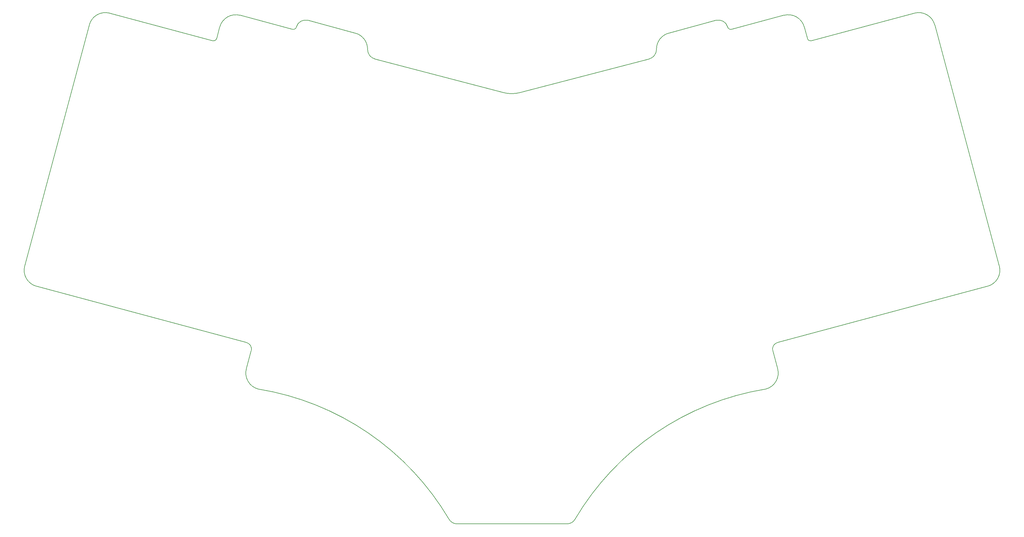
<source format=gbr>
%TF.GenerationSoftware,KiCad,Pcbnew,(5.1.9)-1*%
%TF.CreationDate,2021-03-20T23:04:42-06:00*%
%TF.ProjectId,Pteron56v0,50746572-6f6e-4353-9676-302e6b696361,rev?*%
%TF.SameCoordinates,Original*%
%TF.FileFunction,Profile,NP*%
%FSLAX46Y46*%
G04 Gerber Fmt 4.6, Leading zero omitted, Abs format (unit mm)*
G04 Created by KiCad (PCBNEW (5.1.9)-1) date 2021-03-20 23:04:42*
%MOMM*%
%LPD*%
G01*
G04 APERTURE LIST*
%TA.AperFunction,Profile*%
%ADD10C,0.200000*%
%TD*%
G04 APERTURE END LIST*
D10*
X279392128Y-36251323D02*
G75*
G02*
X285515578Y-39787337I1293718J-4829732D01*
G01*
X117017900Y-50063119D02*
X155552084Y-60152065D01*
X201752486Y-47160950D02*
G75*
G02*
X199512336Y-50063117I-2999991J2D01*
G01*
X69360213Y-43848494D02*
X70281918Y-40427629D01*
X78332832Y-135443324D02*
G75*
G02*
X79770775Y-137913526I-524971J-1959219D01*
G01*
X177217333Y-188677276D02*
G75*
G02*
X234702250Y-149445120I70522103J-41601548D01*
G01*
X111078212Y-42264010D02*
G75*
G02*
X114777745Y-47160941I-1299995J-4828047D01*
G01*
X238231259Y-143297036D02*
G75*
G02*
X234702250Y-149445120I-4823047J-1318434D01*
G01*
X31014672Y-39787342D02*
G75*
G02*
X37138107Y-36251323I4829727J-1293708D01*
G01*
X78298995Y-143297035D02*
X79770775Y-137913526D01*
X78332831Y-135443321D02*
X15099881Y-118500125D01*
X93350450Y-40420290D02*
G75*
G02*
X92124905Y-41126008I-965630J259911D01*
G01*
X177217331Y-188677268D02*
G75*
G02*
X174801631Y-190056931I-2415702J1425039D01*
G01*
X174801631Y-190056931D02*
X141728609Y-190056931D01*
X11564350Y-112376399D02*
X31014667Y-39787338D01*
X69360209Y-43848492D02*
G75*
G02*
X68135762Y-44554505I-965630J259910D01*
G01*
X37138107Y-36251323D02*
X68135762Y-44554505D01*
X76411125Y-36898407D02*
X92124905Y-41126008D01*
X205452027Y-42264013D02*
X219710401Y-38424803D01*
X236759465Y-137913523D02*
X238231249Y-143297035D01*
X141728604Y-190056931D02*
G75*
G02*
X139312909Y-188677270I3J2804697D01*
G01*
X304965891Y-112376399D02*
G75*
G02*
X301430359Y-118500123I-4829628J-1294096D01*
G01*
X70281907Y-40427624D02*
G75*
G02*
X76411125Y-36898407I4830011J-1301378D01*
G01*
X15099877Y-118500124D02*
G75*
G02*
X11564350Y-112376399I1294099J4829626D01*
G01*
X219710403Y-38424805D02*
G75*
G02*
X223179784Y-40420291I735940J-2734185D01*
G01*
X160741853Y-60155664D02*
G75*
G02*
X155552084Y-60152065I-2588188J9659260D01*
G01*
X248394482Y-44554510D02*
X279392130Y-36251317D01*
X285515578Y-39787337D02*
X304965892Y-112376402D01*
X248394475Y-44554505D02*
G75*
G02*
X247170030Y-43848495I-258818J965921D01*
G01*
X246248318Y-40427624D02*
X247170030Y-43848495D01*
X81827991Y-149445118D02*
G75*
G02*
X78298995Y-143297035I1294044J4829643D01*
G01*
X96819839Y-38424801D02*
X111078216Y-42264011D01*
X117017902Y-50063116D02*
G75*
G02*
X114777745Y-47160941I759843J2902178D01*
G01*
X301430359Y-118500123D02*
X238197409Y-135443321D01*
X93350450Y-40420291D02*
G75*
G02*
X96819839Y-38424801I2733447J-738701D01*
G01*
X160741846Y-60155665D02*
X199512336Y-50063117D01*
X81827988Y-149445116D02*
G75*
G02*
X139312909Y-188677270I-13037183J-80833707D01*
G01*
X236759469Y-137913525D02*
G75*
G02*
X238197409Y-135443321I1962913J510985D01*
G01*
X201752501Y-47160936D02*
G75*
G02*
X205452027Y-42264013I4999519J68884D01*
G01*
X240119120Y-36898416D02*
G75*
G02*
X246248318Y-40427624I1299202J-4830581D01*
G01*
X224405333Y-41126011D02*
X240119114Y-36898412D01*
X224405332Y-41126012D02*
G75*
G02*
X223179784Y-40420291I-259915J965632D01*
G01*
M02*

</source>
